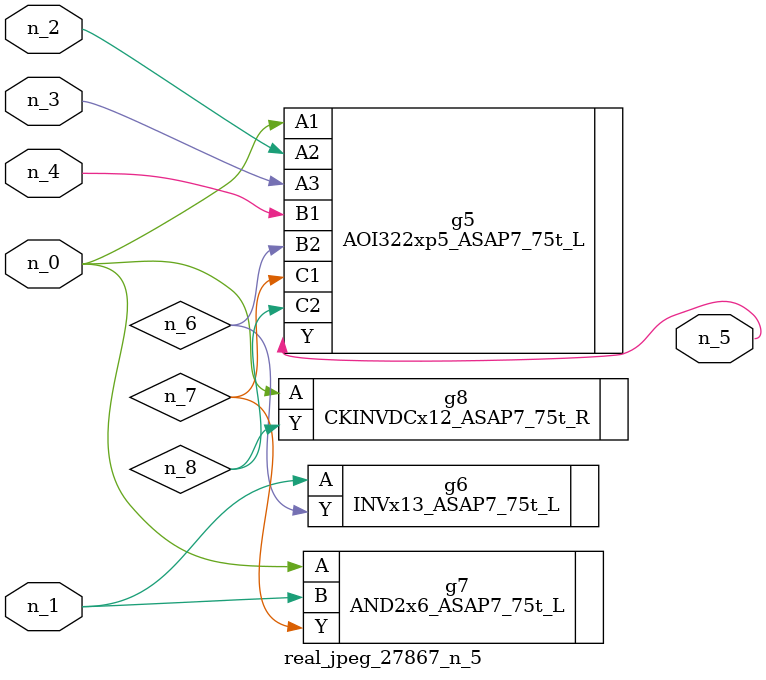
<source format=v>
module real_jpeg_27867_n_5 (n_4, n_0, n_1, n_2, n_3, n_5);

input n_4;
input n_0;
input n_1;
input n_2;
input n_3;

output n_5;

wire n_8;
wire n_6;
wire n_7;

AOI322xp5_ASAP7_75t_L g5 ( 
.A1(n_0),
.A2(n_2),
.A3(n_3),
.B1(n_4),
.B2(n_6),
.C1(n_7),
.C2(n_8),
.Y(n_5)
);

AND2x6_ASAP7_75t_L g7 ( 
.A(n_0),
.B(n_1),
.Y(n_7)
);

CKINVDCx12_ASAP7_75t_R g8 ( 
.A(n_0),
.Y(n_8)
);

INVx13_ASAP7_75t_L g6 ( 
.A(n_1),
.Y(n_6)
);


endmodule
</source>
